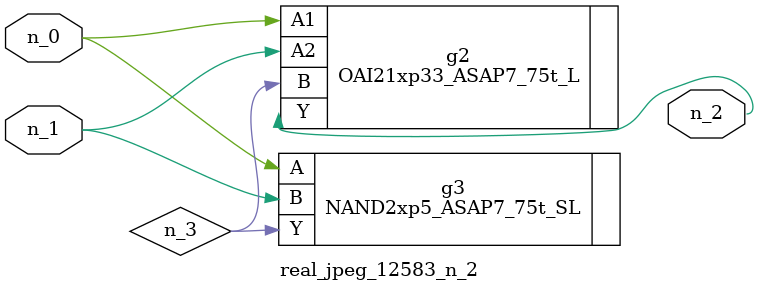
<source format=v>
module real_jpeg_12583_n_2 (n_1, n_0, n_2);

input n_1;
input n_0;

output n_2;

wire n_3;

OAI21xp33_ASAP7_75t_L g2 ( 
.A1(n_0),
.A2(n_1),
.B(n_3),
.Y(n_2)
);

NAND2xp5_ASAP7_75t_SL g3 ( 
.A(n_0),
.B(n_1),
.Y(n_3)
);


endmodule
</source>
